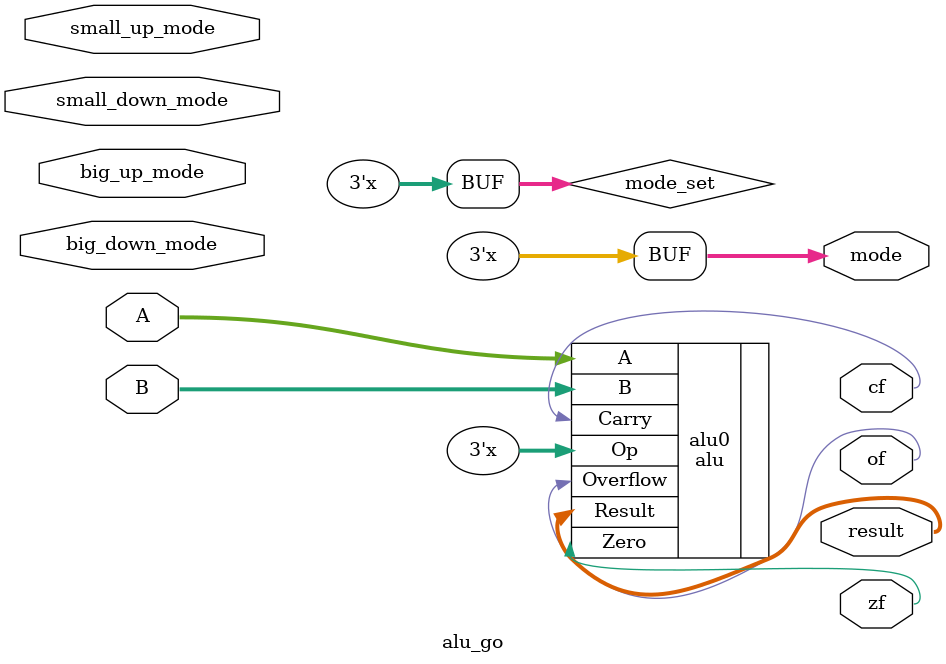
<source format=v>
module alu_go(
		input [3:0] A,
		input [3:0] B,
		input big_up_mode,
		input big_down_mode,
		input small_up_mode,
		input small_down_mode,
		output [2:0] mode,
		output [3:0] result,
		output zf,
		output of,
		output cf
		);
		
		reg [2:0] mode_set = 3'b000;

		always @(big_down_mode or big_up_mode or small_down_mode or small_up_mode) begin
			if(big_down_mode) mode_set = mode_set - 3'b010;
			else if(big_up_mode) mode_set = mode_set + 3'b010;
			else if(small_up_mode) mode_set = mode_set + 3'b001;
			else if(small_down_mode) mode_set = mode_set - 3'b001;
		end

		assign mode = mode_set;

		alu alu0(
			.Op(mode_set),
			.A(A),
			.B(B),
			.Result(result),
			.Overflow(of),
			.Zero(zf),
			.Carry(cf)
		);
endmodule

</source>
